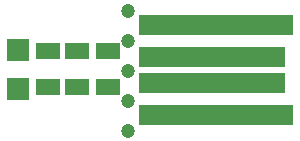
<source format=gbr>
%TF.GenerationSoftware,KiCad,Pcbnew,no-vcs-found-72d4889~60~ubuntu17.04.1*%
%TF.CreationDate,2017-10-28T15:15:39+11:00*%
%TF.ProjectId,capslock,636170736C6F636B2E6B696361645F70,1.00*%
%TF.SameCoordinates,PX60e4b00PY3bf3e68*%
%TF.FileFunction,Soldermask,Top*%
%TF.FilePolarity,Negative*%
%FSLAX46Y46*%
G04 Gerber Fmt 4.6, Leading zero omitted, Abs format (unit mm)*
G04 Created by KiCad (PCBNEW no-vcs-found-72d4889~60~ubuntu17.04.1) date Sat Oct 28 15:15:39 2017*
%MOMM*%
%LPD*%
G01*
G04 APERTURE LIST*
%ADD10C,1.200000*%
%ADD11R,13.100000X1.670000*%
%ADD12R,12.465000X1.670000*%
%ADD13R,2.000000X1.400000*%
%ADD14R,1.900000X1.900000*%
G04 APERTURE END LIST*
D10*
%TO.C,GND*%
X10922000Y889000D03*
%TD*%
%TO.C,PGC*%
X10922000Y3429000D03*
%TD*%
%TO.C,PGD*%
X10922000Y5969000D03*
%TD*%
%TO.C,VPP*%
X10922000Y8509000D03*
%TD*%
%TO.C,VDD*%
X10922000Y11049000D03*
%TD*%
D11*
%TO.C,J1*%
X18389600Y2209800D03*
D12*
X18072100Y4940300D03*
X18072100Y7099300D03*
D11*
X18389600Y9829800D03*
%TD*%
D13*
%TO.C,C2*%
X4191000Y7596000D03*
X4191000Y4596000D03*
%TD*%
%TO.C,C3*%
X9271000Y7596000D03*
X9271000Y4596000D03*
%TD*%
D14*
%TO.C,D1*%
X1651000Y7746000D03*
X1651000Y4446000D03*
%TD*%
D13*
%TO.C,C1*%
X6604000Y7596000D03*
X6604000Y4596000D03*
%TD*%
M02*

</source>
